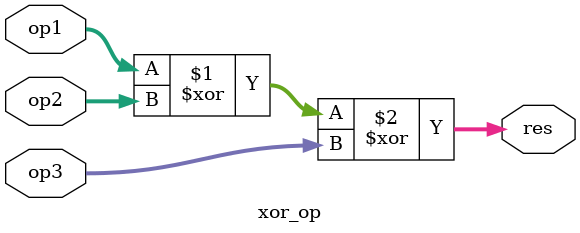
<source format=sv>
module tiny_encryption_algorithm(
     input              clk,        // clock
   input              rst_n,      // asynchronous reset active low 
   input              key_valid,  // 1 = input data stable and valid, 0 = o.w.
   input              ptxt_valid, // 1 = input data stable and valid, 0 = o.w.
   input      [63:0]  ptxt,       // plaintext
   input      [127:0] key,        // key
//    input ,           // # of ROUNDS to perform
   output reg [63:0]  ctxt,       // ciphertext
   output reg         ctxt_ready // 1 = output data stable and valid, 0 o.w.
);

// Variabili
localparam DELTA = 32'h9e3779b9; // key schedule constant 

reg ctxt_ready_temp;
initial begin
    ctxt_ready = 1'b0;
    ctxt = 64'b0;
end

reg [31:0] key0, key1, key2, key3;
reg [31:0] sum=32'b0;

wire [63:0] round_output;
reg [63:0] in;
reg [63:0] out = 64'b0;

integer round = 0;

reg [1:0] star;
localparam s0 = 2'b00;
localparam s1 = 2'b01;
localparam s2 = 2'b10;

always_ff @(posedge clk or negedge rst_n)begin
    if (!rst_n)begin
		 key0 <= 32'b0;
       key1 <= 32'b0;
		 key2 <= 32'b0;
		 key3 <= 32'b0;
		 sum <= 32'b0;
		 in <= 64'b0;
		 round <= 0;
		 ctxt_ready_temp <= 1'b0;
		 out <= 64'b0;
       star <= s0;
    end
    else begin
        case(star)
            s0: begin
                star <= (key_valid && ptxt_valid) ? s1 : s0;
            end
            s1: begin
                    round <= 0;
                    key0 <= key[127:96];
                    key1 <= key[95:64];
                    key2 <= key[63:32];
                    key3 <= key[31:0];
                    sum <= DELTA;
					ctxt_ready_temp <= 1'b0;
					out <= 64'b0;
                    in <= ptxt;
                    star <= s2;
            end
            s2: begin
                in<=round_output;
                sum <= sum+DELTA;
					if (round == 32)begin
						ctxt_ready_temp <= 1'b1;
						out <= in;
						star <= s0;
						end
                    else round <= round + 1;
						
            end
        default: star <= s0;
        endcase
     end
end

always @(ctxt_ready_temp or out) begin
	ctxt = out;
	ctxt_ready = ctxt_ready_temp;
 
end

tea_round tiny_encryption_algorithm_round_i(
.in(in),
.key0(key0),
.key1(key1),
.key2(key2),
.key3(key3),
.sum(sum),
.out(round_output)
);

endmodule

module tea_round(
    input [63:0] in,
input [31:0] key0,
input [31:0] key1,
input [31:0] key2,
input [31:0] key3,
input [31:0] sum,
output [63:0] out
);

wire [31:0] uround_temp, lround_temp;

//key0, key1, in, sum, uround_temp
round uround(
.v0(in[63:32]),
.v1(in[31:0]),
.key0(key0),
.key1(key1),
.sum(sum),
.out(uround_temp)
);

round lround(
    .v0(in[31:0]),
    .v1(uround_temp),
    .key0(key2),
    .key1(key3),
    .sum(sum),
    .out(lround_temp)
);

assign out = {uround_temp, lround_temp};

endmodule

module round(
    input [31:0] v0,
    input [31:0] v1,
    input [31:0] key0,
    input [31:0] key1,
    input [31:0] sum,
    output [31:0] out
);

wire [31:0] v1_shifted_sx;
wire [31:0] v1_shifted_dx;

// v1 shift sx di 4
shift_sx shift_l(
    .in(v1),
    .out(v1_shifted_sx)
);
// v1 shifx dx di 5
shift_dx shift_d (
    .in(v1),
    .out(v1_shifted_dx)
);
wire [31:0] add_tmp_0;
wire [31:0] add_tmp_1;
wire [31:0] add_tmp_2;
// shiftx_sx e key0
add_op add_0(
    .op1(v1_shifted_sx),
    .op2(key0),
    .res(add_tmp_0)
);

// v1 e sum
add_op add_1(
    .op1(v1),
    .op2(sum),
    .res(add_tmp_1)
);

// shift_dx e key1
add_op add_2(
    .op1(v1_shifted_dx),
    .op2(key1),
    .res(add_tmp_2)
);

wire [31:0] xor_tmp;

xor_op xor_(
    .op1(add_tmp_0),
    .op2(add_tmp_1),
    .op3(add_tmp_2),
    .res(xor_tmp)
);

wire[31:0] out_tmp;
// v0 e xor_tmp
add_op add_3(
    .op1(v0),
    .op2(xor_tmp),
    .res(out_tmp)
);

assign out = out_tmp;
endmodule

module shift_sx(
    input [31:0] in,
    output [31:0] out
);

assign out = in << 4;
endmodule

module shift_dx(
    input [31:0] in,
    output [31:0] out
);

assign out = in >>5;
endmodule

module add_op(
    input [31:0] op1,
    input [31:0] op2,
    output [31:0] res
);

assign res = op1 + op2;
endmodule

module xor_op (
    input [31:0] op1,
    input [31:0] op2,
    input [31:0] op3,
    output [31:0] res
);
assign res = op1^op2^op3;
endmodule
</source>
